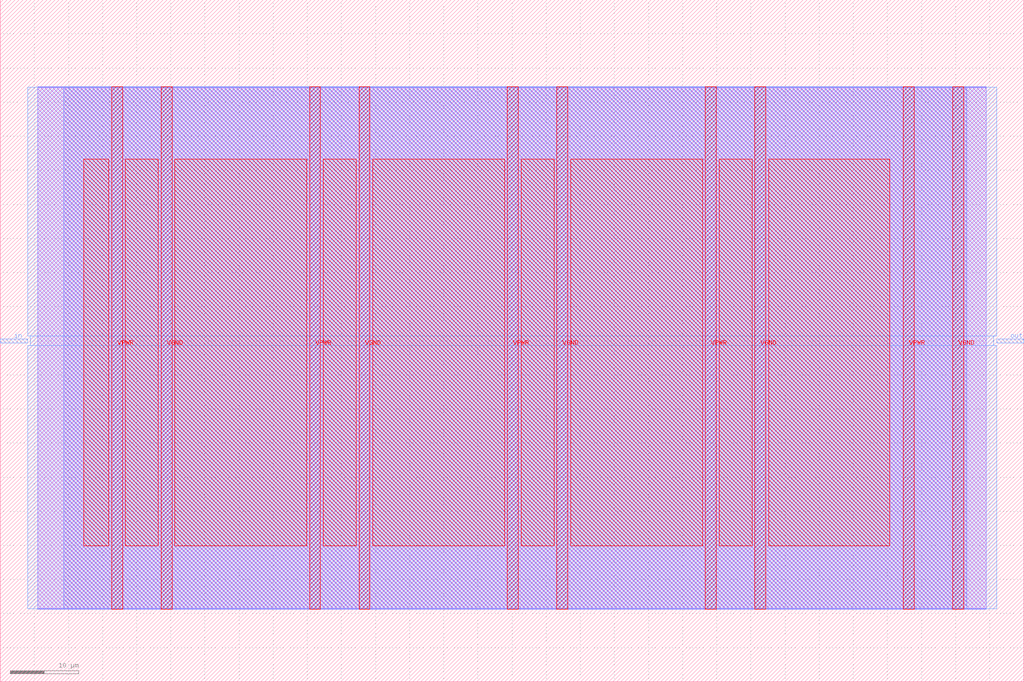
<source format=lef>
VERSION 5.7 ;
  NOWIREEXTENSIONATPIN ON ;
  DIVIDERCHAR "/" ;
  BUSBITCHARS "[]" ;
MACRO customcells
  CLASS BLOCK ;
  FOREIGN customcells ;
  ORIGIN 0.000 0.000 ;
  SIZE 150.000 BY 100.000 ;
  PIN VGND
    DIRECTION INOUT ;
    USE GROUND ;
    PORT
      LAYER met4 ;
        RECT 23.570 10.640 25.170 87.280 ;
    END
    PORT
      LAYER met4 ;
        RECT 52.570 10.640 54.170 87.280 ;
    END
    PORT
      LAYER met4 ;
        RECT 81.570 10.640 83.170 87.280 ;
    END
    PORT
      LAYER met4 ;
        RECT 110.570 10.640 112.170 87.280 ;
    END
    PORT
      LAYER met4 ;
        RECT 139.570 10.640 141.170 87.280 ;
    END
  END VGND
  PIN VPWR
    DIRECTION INOUT ;
    USE POWER ;
    PORT
      LAYER met4 ;
        RECT 16.320 10.640 17.920 87.280 ;
    END
    PORT
      LAYER met4 ;
        RECT 45.320 10.640 46.920 87.280 ;
    END
    PORT
      LAYER met4 ;
        RECT 74.320 10.640 75.920 87.280 ;
    END
    PORT
      LAYER met4 ;
        RECT 103.320 10.640 104.920 87.280 ;
    END
    PORT
      LAYER met4 ;
        RECT 132.320 10.640 133.920 87.280 ;
    END
  END VPWR
  PIN in
    DIRECTION INPUT ;
    USE SIGNAL ;
    PORT
      LAYER met3 ;
        RECT 0.000 49.680 4.000 50.280 ;
    END
  END in
  PIN out
    DIRECTION OUTPUT TRISTATE ;
    USE SIGNAL ;
    PORT
      LAYER met3 ;
        RECT 146.000 49.680 150.000 50.280 ;
    END
  END out
  OBS
      LAYER li1 ;
        RECT 5.520 10.795 144.440 87.125 ;
      LAYER met1 ;
        RECT 5.520 10.640 144.440 87.280 ;
      LAYER met2 ;
        RECT 9.300 10.695 141.590 87.225 ;
      LAYER met3 ;
        RECT 4.000 50.680 146.000 87.205 ;
        RECT 4.400 49.280 145.600 50.680 ;
        RECT 4.000 10.715 146.000 49.280 ;
      LAYER met4 ;
        RECT 12.255 19.895 15.920 76.665 ;
        RECT 18.320 19.895 23.170 76.665 ;
        RECT 25.570 19.895 44.920 76.665 ;
        RECT 47.320 19.895 52.170 76.665 ;
        RECT 54.570 19.895 73.920 76.665 ;
        RECT 76.320 19.895 81.170 76.665 ;
        RECT 83.570 19.895 102.920 76.665 ;
        RECT 105.320 19.895 110.170 76.665 ;
        RECT 112.570 19.895 130.345 76.665 ;
  END
END customcells
END LIBRARY


</source>
